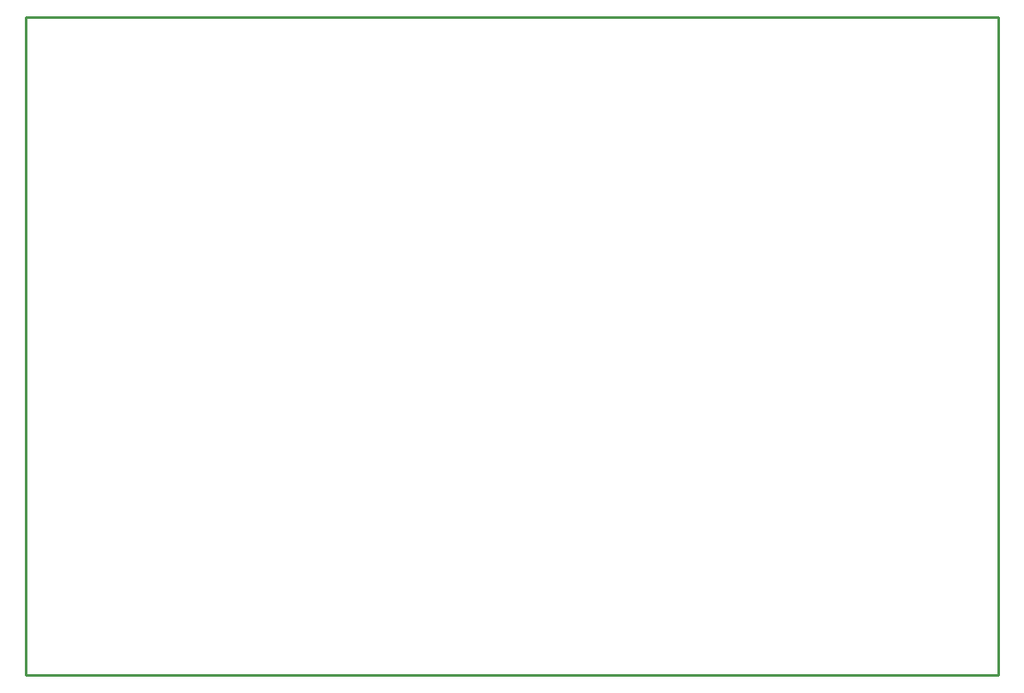
<source format=gko>
%FSLAX25Y25*%
%MOIN*%
G70*
G01*
G75*
G04 Layer_Color=16711935*
%ADD10R,0.02756X0.03347*%
%ADD11R,0.03543X0.03740*%
%ADD12R,0.03543X0.03740*%
%ADD13R,0.05118X0.03937*%
%ADD14R,0.05315X0.02559*%
%ADD15R,0.12992X0.09843*%
%ADD16R,0.10630X0.03937*%
%ADD17R,0.06299X0.12598*%
%ADD18R,0.13780X0.05118*%
%ADD19R,0.07874X0.07874*%
%ADD20R,0.04724X0.01969*%
%ADD21R,0.01181X0.03937*%
%ADD22R,0.02362X0.03937*%
%ADD23R,0.03937X0.07087*%
%ADD24R,0.07284X0.03740*%
%ADD25R,0.26772X0.26772*%
%ADD26R,0.07480X0.11811*%
%ADD27O,0.06890X0.02362*%
%ADD28R,0.03937X0.10630*%
%ADD29R,0.03347X0.02756*%
%ADD30O,0.01181X0.06299*%
%ADD31O,0.06299X0.01181*%
%ADD32R,0.01181X0.06299*%
%ADD33R,0.04331X0.04724*%
%ADD34R,0.04000X0.03000*%
%ADD35R,0.03000X0.04000*%
%ADD36R,0.09843X0.14410*%
%ADD37R,0.07874X0.14410*%
%ADD38R,0.06299X0.01969*%
%ADD39R,0.02126X0.03543*%
%ADD40R,0.06693X0.07874*%
%ADD41R,0.03000X0.03150*%
%ADD42R,0.03937X0.02362*%
%ADD43R,0.04843X0.05354*%
%ADD44C,0.00800*%
%ADD45C,0.04000*%
%ADD46C,0.01000*%
%ADD47C,0.02000*%
%ADD48C,0.03000*%
%ADD49C,0.01500*%
%ADD50C,0.07874*%
%ADD51R,0.07874X0.07874*%
%ADD52C,0.05906*%
%ADD53R,0.05906X0.05906*%
%ADD54R,0.05906X0.05906*%
%ADD55O,0.03937X0.08268*%
%ADD56C,0.02638*%
%ADD57O,0.07874X0.15748*%
%ADD58C,0.19685*%
%ADD59O,0.04724X0.06299*%
%ADD60R,0.04724X0.06299*%
%ADD61O,0.07874X0.11811*%
%ADD62R,0.07874X0.11811*%
%ADD63C,0.08268*%
%ADD64C,0.03000*%
%ADD65C,0.02000*%
%ADD66C,0.04500*%
%ADD67C,0.05000*%
%ADD68C,0.04000*%
%ADD69C,0.05500*%
%ADD70C,0.00984*%
%ADD71C,0.00600*%
%ADD72C,0.00500*%
%ADD73C,0.00787*%
%ADD74C,0.00700*%
%ADD75C,0.00493*%
%ADD76R,0.03556X0.04147*%
%ADD77R,0.04343X0.04540*%
%ADD78R,0.04343X0.04540*%
%ADD79R,0.05918X0.04737*%
%ADD80R,0.06115X0.03359*%
%ADD81R,0.13792X0.10642*%
%ADD82R,0.11430X0.04737*%
%ADD83R,0.07099X0.13398*%
%ADD84R,0.14579X0.05918*%
%ADD85R,0.08674X0.08674*%
%ADD86R,0.05524X0.02769*%
%ADD87R,0.01981X0.04737*%
%ADD88R,0.03162X0.04737*%
%ADD89R,0.04737X0.07887*%
%ADD90R,0.08083X0.04540*%
%ADD91R,0.27572X0.27572*%
%ADD92R,0.08280X0.12611*%
%ADD93O,0.07690X0.03162*%
%ADD94R,0.04737X0.11430*%
%ADD95R,0.04147X0.03556*%
%ADD96O,0.01981X0.07099*%
%ADD97O,0.07099X0.01981*%
%ADD98R,0.01981X0.07099*%
%ADD99R,0.05131X0.05524*%
%ADD100R,0.04800X0.03800*%
%ADD101R,0.03800X0.04800*%
%ADD102R,0.10642X0.15210*%
%ADD103R,0.08674X0.15210*%
%ADD104R,0.07099X0.02769*%
%ADD105R,0.02926X0.04343*%
%ADD106R,0.07493X0.08674*%
%ADD107R,0.03800X0.03950*%
%ADD108R,0.04737X0.03162*%
%ADD109R,0.05643X0.06154*%
%ADD110C,0.08674*%
%ADD111R,0.08674X0.08674*%
%ADD112C,0.06706*%
%ADD113R,0.06706X0.06706*%
%ADD114R,0.06706X0.06706*%
%ADD115O,0.04737X0.09068*%
%ADD116C,0.03438*%
%ADD117O,0.08674X0.16548*%
%ADD118C,0.20485*%
%ADD119O,0.05524X0.07099*%
%ADD120R,0.05524X0.07099*%
%ADD121O,0.08674X0.12611*%
%ADD122R,0.08674X0.12611*%
%ADD123C,0.09068*%
D46*
X0Y255906D02*
X377953D01*
Y0D02*
Y255906D01*
X0Y0D02*
Y256000D01*
Y0D02*
X377953D01*
M02*

</source>
